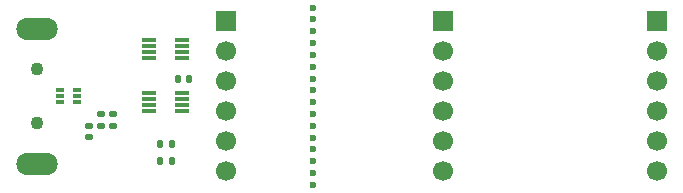
<source format=gbr>
%TF.GenerationSoftware,KiCad,Pcbnew,9.0.2-9.0.2-0~ubuntu24.04.1*%
%TF.CreationDate,2025-05-22T23:02:18+02:00*%
%TF.ProjectId,USB-UART,5553422d-5541-4525-942e-6b696361645f,rev?*%
%TF.SameCoordinates,Original*%
%TF.FileFunction,Soldermask,Bot*%
%TF.FilePolarity,Negative*%
%FSLAX46Y46*%
G04 Gerber Fmt 4.6, Leading zero omitted, Abs format (unit mm)*
G04 Created by KiCad (PCBNEW 9.0.2-9.0.2-0~ubuntu24.04.1) date 2025-05-22 23:02:18*
%MOMM*%
%LPD*%
G01*
G04 APERTURE LIST*
G04 Aperture macros list*
%AMRoundRect*
0 Rectangle with rounded corners*
0 $1 Rounding radius*
0 $2 $3 $4 $5 $6 $7 $8 $9 X,Y pos of 4 corners*
0 Add a 4 corners polygon primitive as box body*
4,1,4,$2,$3,$4,$5,$6,$7,$8,$9,$2,$3,0*
0 Add four circle primitives for the rounded corners*
1,1,$1+$1,$2,$3*
1,1,$1+$1,$4,$5*
1,1,$1+$1,$6,$7*
1,1,$1+$1,$8,$9*
0 Add four rect primitives between the rounded corners*
20,1,$1+$1,$2,$3,$4,$5,0*
20,1,$1+$1,$4,$5,$6,$7,0*
20,1,$1+$1,$6,$7,$8,$9,0*
20,1,$1+$1,$8,$9,$2,$3,0*%
G04 Aperture macros list end*
%ADD10C,0.600000*%
%ADD11RoundRect,0.135000X0.135000X0.185000X-0.135000X0.185000X-0.135000X-0.185000X0.135000X-0.185000X0*%
%ADD12R,1.700000X1.700000*%
%ADD13C,1.700000*%
%ADD14RoundRect,0.087500X-0.537500X-0.087500X0.537500X-0.087500X0.537500X0.087500X-0.537500X0.087500X0*%
%ADD15C,1.100000*%
%ADD16O,3.500000X1.900000*%
%ADD17RoundRect,0.087500X-0.250000X-0.087500X0.250000X-0.087500X0.250000X0.087500X-0.250000X0.087500X0*%
%ADD18RoundRect,0.147500X-0.172500X0.147500X-0.172500X-0.147500X0.172500X-0.147500X0.172500X0.147500X0*%
%ADD19RoundRect,0.140000X0.140000X0.170000X-0.140000X0.170000X-0.140000X-0.170000X0.140000X-0.170000X0*%
%ADD20RoundRect,0.140000X-0.170000X0.140000X-0.170000X-0.140000X0.170000X-0.140000X0.170000X0.140000X0*%
G04 APERTURE END LIST*
D10*
%TO.C,REF\u002A\u002A*%
X156000000Y-102500000D03*
X156000000Y-101500000D03*
X156000000Y-100500000D03*
X156000000Y-99500000D03*
%TD*%
%TO.C,REF\u002A\u002A*%
X156000000Y-98500000D03*
X156000000Y-97500000D03*
X156000000Y-96500000D03*
X156000000Y-95500000D03*
%TD*%
%TO.C,REF\u002A\u002A*%
X156000000Y-94500000D03*
X156000000Y-93500000D03*
X156000000Y-92500000D03*
X156000000Y-91500000D03*
%TD*%
%TO.C,REF\u002A\u002A*%
X156000000Y-90500000D03*
X156000000Y-89500000D03*
X156000000Y-88500000D03*
X156000000Y-87500000D03*
%TD*%
D11*
%TO.C,R2*%
X144010000Y-99000000D03*
X142990000Y-99000000D03*
%TD*%
%TO.C,R1*%
X144010000Y-100500000D03*
X142990000Y-100500000D03*
%TD*%
D12*
%TO.C,J3*%
X185115000Y-88650000D03*
D13*
X185115000Y-91190000D03*
X185115000Y-93730000D03*
X185115000Y-96270000D03*
X185115000Y-98810000D03*
X185115000Y-101350000D03*
%TD*%
D12*
%TO.C,J4*%
X167000000Y-88650000D03*
D13*
X167000000Y-91190000D03*
X167000000Y-93730000D03*
X167000000Y-96270000D03*
X167000000Y-98810000D03*
X167000000Y-101350000D03*
%TD*%
D14*
%TO.C,U3*%
X144900000Y-96250000D03*
X144900000Y-95750000D03*
X144900000Y-95250000D03*
X144900000Y-94750000D03*
X142100000Y-94750000D03*
X142100000Y-95250000D03*
X142100000Y-95750000D03*
X142100000Y-96250000D03*
%TD*%
%TO.C,U4*%
X144900000Y-91750000D03*
X144900000Y-91250000D03*
X144900000Y-90750000D03*
X144900000Y-90250000D03*
X142100000Y-90250000D03*
X142100000Y-90750000D03*
X142100000Y-91250000D03*
X142100000Y-91750000D03*
%TD*%
D15*
%TO.C,J1*%
X132600000Y-97300000D03*
X132600000Y-92700000D03*
D16*
X132600000Y-100700000D03*
X132600000Y-89300000D03*
%TD*%
D12*
%TO.C,J2*%
X148625000Y-88650000D03*
D13*
X148625000Y-91190000D03*
X148625000Y-93730000D03*
X148625000Y-96270000D03*
X148625000Y-98810000D03*
X148625000Y-101350000D03*
%TD*%
D17*
%TO.C,U1*%
X134587500Y-95500000D03*
X134587500Y-95000000D03*
X134587500Y-94500000D03*
X136012500Y-94500000D03*
X136012500Y-95000000D03*
X136012500Y-95500000D03*
%TD*%
D18*
%TO.C,FB1*%
X137000000Y-97515000D03*
X137000000Y-98485000D03*
%TD*%
D19*
%TO.C,C5*%
X145480000Y-93500000D03*
X144520000Y-93500000D03*
%TD*%
D20*
%TO.C,C4*%
X139000000Y-96520000D03*
X139000000Y-97480000D03*
%TD*%
%TO.C,C3*%
X138000000Y-96520000D03*
X138000000Y-97480000D03*
%TD*%
M02*

</source>
